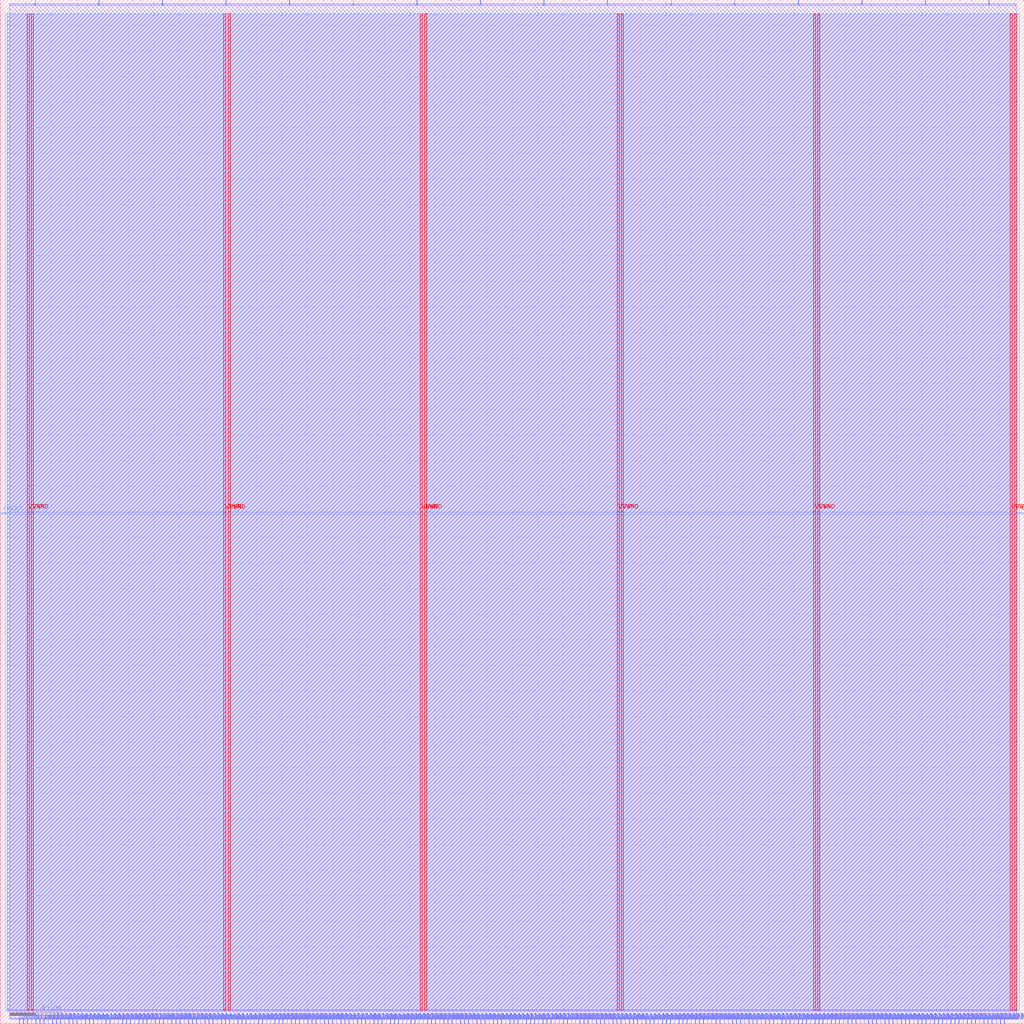
<source format=lef>
VERSION 5.7 ;
  NOWIREEXTENSIONATPIN ON ;
  DIVIDERCHAR "/" ;
  BUSBITCHARS "[]" ;
MACRO shifter
  CLASS BLOCK ;
  FOREIGN shifter ;
  ORIGIN 0.000 0.000 ;
  SIZE 800.000 BY 800.000 ;
  PIN VGND
    DIRECTION INOUT ;
    USE GROUND ;
    PORT
      LAYER met4 ;
        RECT 24.340 10.640 25.940 789.040 ;
    END
    PORT
      LAYER met4 ;
        RECT 177.940 10.640 179.540 789.040 ;
    END
    PORT
      LAYER met4 ;
        RECT 331.540 10.640 333.140 789.040 ;
    END
    PORT
      LAYER met4 ;
        RECT 485.140 10.640 486.740 789.040 ;
    END
    PORT
      LAYER met4 ;
        RECT 638.740 10.640 640.340 789.040 ;
    END
    PORT
      LAYER met4 ;
        RECT 792.340 10.640 793.940 789.040 ;
    END
  END VGND
  PIN VPWR
    DIRECTION INOUT ;
    USE POWER ;
    PORT
      LAYER met4 ;
        RECT 21.040 10.640 22.640 789.040 ;
    END
    PORT
      LAYER met4 ;
        RECT 174.640 10.640 176.240 789.040 ;
    END
    PORT
      LAYER met4 ;
        RECT 328.240 10.640 329.840 789.040 ;
    END
    PORT
      LAYER met4 ;
        RECT 481.840 10.640 483.440 789.040 ;
    END
    PORT
      LAYER met4 ;
        RECT 635.440 10.640 637.040 789.040 ;
    END
    PORT
      LAYER met4 ;
        RECT 789.040 10.640 790.640 789.040 ;
    END
  END VPWR
  PIN clk
    DIRECTION INPUT ;
    USE SIGNAL ;
    ANTENNAGATEAREA 0.852000 ;
    ANTENNADIFFAREA 0.434700 ;
    PORT
      LAYER met3 ;
        RECT 796.000 398.520 800.000 399.120 ;
    END
  END clk
  PIN input_pc[0]
    DIRECTION INPUT ;
    USE SIGNAL ;
    ANTENNAGATEAREA 0.247500 ;
    ANTENNADIFFAREA 0.434700 ;
    PORT
      LAYER met2 ;
        RECT 27.230 796.000 27.510 800.000 ;
    END
  END input_pc[0]
  PIN input_pc[10]
    DIRECTION INPUT ;
    USE SIGNAL ;
    ANTENNAGATEAREA 0.495000 ;
    ANTENNADIFFAREA 0.434700 ;
    PORT
      LAYER met2 ;
        RECT 524.030 796.000 524.310 800.000 ;
    END
  END input_pc[10]
  PIN input_pc[11]
    DIRECTION INPUT ;
    USE SIGNAL ;
    ANTENNAGATEAREA 0.495000 ;
    ANTENNADIFFAREA 0.434700 ;
    PORT
      LAYER met2 ;
        RECT 573.710 796.000 573.990 800.000 ;
    END
  END input_pc[11]
  PIN input_pc[12]
    DIRECTION INPUT ;
    USE SIGNAL ;
    ANTENNAGATEAREA 0.495000 ;
    ANTENNADIFFAREA 0.434700 ;
    PORT
      LAYER met2 ;
        RECT 623.390 796.000 623.670 800.000 ;
    END
  END input_pc[12]
  PIN input_pc[13]
    DIRECTION INPUT ;
    USE SIGNAL ;
    ANTENNAGATEAREA 0.495000 ;
    ANTENNADIFFAREA 0.434700 ;
    PORT
      LAYER met2 ;
        RECT 673.070 796.000 673.350 800.000 ;
    END
  END input_pc[13]
  PIN input_pc[14]
    DIRECTION INPUT ;
    USE SIGNAL ;
    ANTENNAGATEAREA 0.495000 ;
    ANTENNADIFFAREA 0.434700 ;
    PORT
      LAYER met2 ;
        RECT 722.750 796.000 723.030 800.000 ;
    END
  END input_pc[14]
  PIN input_pc[15]
    DIRECTION INPUT ;
    USE SIGNAL ;
    ANTENNAGATEAREA 0.495000 ;
    ANTENNADIFFAREA 0.434700 ;
    PORT
      LAYER met2 ;
        RECT 772.430 796.000 772.710 800.000 ;
    END
  END input_pc[15]
  PIN input_pc[1]
    DIRECTION INPUT ;
    USE SIGNAL ;
    ANTENNAGATEAREA 0.247500 ;
    ANTENNADIFFAREA 0.434700 ;
    PORT
      LAYER met2 ;
        RECT 76.910 796.000 77.190 800.000 ;
    END
  END input_pc[1]
  PIN input_pc[2]
    DIRECTION INPUT ;
    USE SIGNAL ;
    ANTENNAGATEAREA 0.247500 ;
    ANTENNADIFFAREA 0.434700 ;
    PORT
      LAYER met2 ;
        RECT 126.590 796.000 126.870 800.000 ;
    END
  END input_pc[2]
  PIN input_pc[3]
    DIRECTION INPUT ;
    USE SIGNAL ;
    ANTENNAGATEAREA 0.247500 ;
    ANTENNADIFFAREA 0.434700 ;
    PORT
      LAYER met2 ;
        RECT 176.270 796.000 176.550 800.000 ;
    END
  END input_pc[3]
  PIN input_pc[4]
    DIRECTION INPUT ;
    USE SIGNAL ;
    ANTENNAGATEAREA 0.247500 ;
    ANTENNADIFFAREA 0.434700 ;
    PORT
      LAYER met2 ;
        RECT 225.950 796.000 226.230 800.000 ;
    END
  END input_pc[4]
  PIN input_pc[5]
    DIRECTION INPUT ;
    USE SIGNAL ;
    ANTENNAGATEAREA 0.213000 ;
    ANTENNADIFFAREA 0.434700 ;
    PORT
      LAYER met2 ;
        RECT 275.630 796.000 275.910 800.000 ;
    END
  END input_pc[5]
  PIN input_pc[6]
    DIRECTION INPUT ;
    USE SIGNAL ;
    ANTENNAGATEAREA 0.213000 ;
    ANTENNADIFFAREA 0.434700 ;
    PORT
      LAYER met2 ;
        RECT 325.310 796.000 325.590 800.000 ;
    END
  END input_pc[6]
  PIN input_pc[7]
    DIRECTION INPUT ;
    USE SIGNAL ;
    ANTENNAGATEAREA 0.213000 ;
    ANTENNADIFFAREA 0.434700 ;
    PORT
      LAYER met2 ;
        RECT 374.990 796.000 375.270 800.000 ;
    END
  END input_pc[7]
  PIN input_pc[8]
    DIRECTION INPUT ;
    USE SIGNAL ;
    ANTENNAGATEAREA 0.213000 ;
    ANTENNADIFFAREA 0.434700 ;
    PORT
      LAYER met2 ;
        RECT 424.670 796.000 424.950 800.000 ;
    END
  END input_pc[8]
  PIN input_pc[9]
    DIRECTION INPUT ;
    USE SIGNAL ;
    ANTENNAGATEAREA 0.495000 ;
    ANTENNADIFFAREA 0.434700 ;
    PORT
      LAYER met2 ;
        RECT 474.350 796.000 474.630 800.000 ;
    END
  END input_pc[9]
  PIN output_ai[0]
    DIRECTION OUTPUT ;
    USE SIGNAL ;
    ANTENNADIFFAREA 0.795200 ;
    PORT
      LAYER met2 ;
        RECT 14.810 0.000 15.090 4.000 ;
    END
  END output_ai[0]
  PIN output_ai[100]
    DIRECTION OUTPUT ;
    USE SIGNAL ;
    ANTENNADIFFAREA 0.795200 ;
    PORT
      LAYER met2 ;
        RECT 336.810 0.000 337.090 4.000 ;
    END
  END output_ai[100]
  PIN output_ai[101]
    DIRECTION OUTPUT ;
    USE SIGNAL ;
    ANTENNADIFFAREA 0.795200 ;
    PORT
      LAYER met2 ;
        RECT 340.030 0.000 340.310 4.000 ;
    END
  END output_ai[101]
  PIN output_ai[102]
    DIRECTION OUTPUT ;
    USE SIGNAL ;
    ANTENNADIFFAREA 0.795200 ;
    PORT
      LAYER met2 ;
        RECT 343.250 0.000 343.530 4.000 ;
    END
  END output_ai[102]
  PIN output_ai[103]
    DIRECTION OUTPUT ;
    USE SIGNAL ;
    ANTENNADIFFAREA 0.795200 ;
    PORT
      LAYER met2 ;
        RECT 346.470 0.000 346.750 4.000 ;
    END
  END output_ai[103]
  PIN output_ai[104]
    DIRECTION OUTPUT ;
    USE SIGNAL ;
    ANTENNADIFFAREA 0.795200 ;
    PORT
      LAYER met2 ;
        RECT 349.690 0.000 349.970 4.000 ;
    END
  END output_ai[104]
  PIN output_ai[105]
    DIRECTION OUTPUT ;
    USE SIGNAL ;
    ANTENNADIFFAREA 0.795200 ;
    PORT
      LAYER met2 ;
        RECT 352.910 0.000 353.190 4.000 ;
    END
  END output_ai[105]
  PIN output_ai[106]
    DIRECTION OUTPUT ;
    USE SIGNAL ;
    ANTENNADIFFAREA 0.795200 ;
    PORT
      LAYER met2 ;
        RECT 356.130 0.000 356.410 4.000 ;
    END
  END output_ai[106]
  PIN output_ai[107]
    DIRECTION OUTPUT ;
    USE SIGNAL ;
    ANTENNADIFFAREA 0.795200 ;
    PORT
      LAYER met2 ;
        RECT 359.350 0.000 359.630 4.000 ;
    END
  END output_ai[107]
  PIN output_ai[108]
    DIRECTION OUTPUT ;
    USE SIGNAL ;
    ANTENNADIFFAREA 0.795200 ;
    PORT
      LAYER met2 ;
        RECT 362.570 0.000 362.850 4.000 ;
    END
  END output_ai[108]
  PIN output_ai[109]
    DIRECTION OUTPUT ;
    USE SIGNAL ;
    ANTENNADIFFAREA 0.795200 ;
    PORT
      LAYER met2 ;
        RECT 365.790 0.000 366.070 4.000 ;
    END
  END output_ai[109]
  PIN output_ai[10]
    DIRECTION OUTPUT ;
    USE SIGNAL ;
    ANTENNADIFFAREA 0.795200 ;
    PORT
      LAYER met2 ;
        RECT 47.010 0.000 47.290 4.000 ;
    END
  END output_ai[10]
  PIN output_ai[110]
    DIRECTION OUTPUT ;
    USE SIGNAL ;
    ANTENNADIFFAREA 0.795200 ;
    PORT
      LAYER met2 ;
        RECT 369.010 0.000 369.290 4.000 ;
    END
  END output_ai[110]
  PIN output_ai[111]
    DIRECTION OUTPUT ;
    USE SIGNAL ;
    ANTENNADIFFAREA 0.795200 ;
    PORT
      LAYER met2 ;
        RECT 372.230 0.000 372.510 4.000 ;
    END
  END output_ai[111]
  PIN output_ai[112]
    DIRECTION OUTPUT ;
    USE SIGNAL ;
    ANTENNADIFFAREA 0.795200 ;
    PORT
      LAYER met2 ;
        RECT 375.450 0.000 375.730 4.000 ;
    END
  END output_ai[112]
  PIN output_ai[113]
    DIRECTION OUTPUT ;
    USE SIGNAL ;
    ANTENNADIFFAREA 0.795200 ;
    PORT
      LAYER met2 ;
        RECT 378.670 0.000 378.950 4.000 ;
    END
  END output_ai[113]
  PIN output_ai[114]
    DIRECTION OUTPUT ;
    USE SIGNAL ;
    ANTENNADIFFAREA 0.795200 ;
    PORT
      LAYER met2 ;
        RECT 381.890 0.000 382.170 4.000 ;
    END
  END output_ai[114]
  PIN output_ai[115]
    DIRECTION OUTPUT ;
    USE SIGNAL ;
    ANTENNADIFFAREA 0.795200 ;
    PORT
      LAYER met2 ;
        RECT 385.110 0.000 385.390 4.000 ;
    END
  END output_ai[115]
  PIN output_ai[116]
    DIRECTION OUTPUT ;
    USE SIGNAL ;
    ANTENNADIFFAREA 0.795200 ;
    PORT
      LAYER met2 ;
        RECT 388.330 0.000 388.610 4.000 ;
    END
  END output_ai[116]
  PIN output_ai[117]
    DIRECTION OUTPUT ;
    USE SIGNAL ;
    ANTENNADIFFAREA 0.795200 ;
    PORT
      LAYER met2 ;
        RECT 391.550 0.000 391.830 4.000 ;
    END
  END output_ai[117]
  PIN output_ai[118]
    DIRECTION OUTPUT ;
    USE SIGNAL ;
    ANTENNADIFFAREA 0.795200 ;
    PORT
      LAYER met2 ;
        RECT 394.770 0.000 395.050 4.000 ;
    END
  END output_ai[118]
  PIN output_ai[119]
    DIRECTION OUTPUT ;
    USE SIGNAL ;
    ANTENNADIFFAREA 0.795200 ;
    PORT
      LAYER met2 ;
        RECT 397.990 0.000 398.270 4.000 ;
    END
  END output_ai[119]
  PIN output_ai[11]
    DIRECTION OUTPUT ;
    USE SIGNAL ;
    ANTENNADIFFAREA 0.795200 ;
    PORT
      LAYER met2 ;
        RECT 50.230 0.000 50.510 4.000 ;
    END
  END output_ai[11]
  PIN output_ai[120]
    DIRECTION OUTPUT ;
    USE SIGNAL ;
    ANTENNADIFFAREA 0.795200 ;
    PORT
      LAYER met2 ;
        RECT 401.210 0.000 401.490 4.000 ;
    END
  END output_ai[120]
  PIN output_ai[121]
    DIRECTION OUTPUT ;
    USE SIGNAL ;
    ANTENNADIFFAREA 0.795200 ;
    PORT
      LAYER met2 ;
        RECT 404.430 0.000 404.710 4.000 ;
    END
  END output_ai[121]
  PIN output_ai[122]
    DIRECTION OUTPUT ;
    USE SIGNAL ;
    ANTENNADIFFAREA 0.795200 ;
    PORT
      LAYER met2 ;
        RECT 407.650 0.000 407.930 4.000 ;
    END
  END output_ai[122]
  PIN output_ai[123]
    DIRECTION OUTPUT ;
    USE SIGNAL ;
    ANTENNADIFFAREA 0.795200 ;
    PORT
      LAYER met2 ;
        RECT 410.870 0.000 411.150 4.000 ;
    END
  END output_ai[123]
  PIN output_ai[124]
    DIRECTION OUTPUT ;
    USE SIGNAL ;
    ANTENNADIFFAREA 0.795200 ;
    PORT
      LAYER met2 ;
        RECT 414.090 0.000 414.370 4.000 ;
    END
  END output_ai[124]
  PIN output_ai[125]
    DIRECTION OUTPUT ;
    USE SIGNAL ;
    ANTENNADIFFAREA 0.795200 ;
    PORT
      LAYER met2 ;
        RECT 417.310 0.000 417.590 4.000 ;
    END
  END output_ai[125]
  PIN output_ai[126]
    DIRECTION OUTPUT ;
    USE SIGNAL ;
    ANTENNADIFFAREA 0.795200 ;
    PORT
      LAYER met2 ;
        RECT 420.530 0.000 420.810 4.000 ;
    END
  END output_ai[126]
  PIN output_ai[127]
    DIRECTION OUTPUT ;
    USE SIGNAL ;
    ANTENNADIFFAREA 0.795200 ;
    PORT
      LAYER met2 ;
        RECT 423.750 0.000 424.030 4.000 ;
    END
  END output_ai[127]
  PIN output_ai[128]
    DIRECTION OUTPUT ;
    USE SIGNAL ;
    ANTENNADIFFAREA 0.795200 ;
    PORT
      LAYER met2 ;
        RECT 426.970 0.000 427.250 4.000 ;
    END
  END output_ai[128]
  PIN output_ai[129]
    DIRECTION OUTPUT ;
    USE SIGNAL ;
    ANTENNADIFFAREA 0.795200 ;
    PORT
      LAYER met2 ;
        RECT 430.190 0.000 430.470 4.000 ;
    END
  END output_ai[129]
  PIN output_ai[12]
    DIRECTION OUTPUT ;
    USE SIGNAL ;
    ANTENNADIFFAREA 0.795200 ;
    PORT
      LAYER met2 ;
        RECT 53.450 0.000 53.730 4.000 ;
    END
  END output_ai[12]
  PIN output_ai[130]
    DIRECTION OUTPUT ;
    USE SIGNAL ;
    ANTENNADIFFAREA 0.795200 ;
    PORT
      LAYER met2 ;
        RECT 433.410 0.000 433.690 4.000 ;
    END
  END output_ai[130]
  PIN output_ai[131]
    DIRECTION OUTPUT ;
    USE SIGNAL ;
    ANTENNADIFFAREA 0.795200 ;
    PORT
      LAYER met2 ;
        RECT 436.630 0.000 436.910 4.000 ;
    END
  END output_ai[131]
  PIN output_ai[132]
    DIRECTION OUTPUT ;
    USE SIGNAL ;
    ANTENNADIFFAREA 0.795200 ;
    PORT
      LAYER met2 ;
        RECT 439.850 0.000 440.130 4.000 ;
    END
  END output_ai[132]
  PIN output_ai[133]
    DIRECTION OUTPUT ;
    USE SIGNAL ;
    ANTENNADIFFAREA 0.795200 ;
    PORT
      LAYER met2 ;
        RECT 443.070 0.000 443.350 4.000 ;
    END
  END output_ai[133]
  PIN output_ai[134]
    DIRECTION OUTPUT ;
    USE SIGNAL ;
    ANTENNADIFFAREA 0.795200 ;
    PORT
      LAYER met2 ;
        RECT 446.290 0.000 446.570 4.000 ;
    END
  END output_ai[134]
  PIN output_ai[135]
    DIRECTION OUTPUT ;
    USE SIGNAL ;
    ANTENNADIFFAREA 0.795200 ;
    PORT
      LAYER met2 ;
        RECT 449.510 0.000 449.790 4.000 ;
    END
  END output_ai[135]
  PIN output_ai[136]
    DIRECTION OUTPUT ;
    USE SIGNAL ;
    ANTENNADIFFAREA 0.795200 ;
    PORT
      LAYER met2 ;
        RECT 452.730 0.000 453.010 4.000 ;
    END
  END output_ai[136]
  PIN output_ai[137]
    DIRECTION OUTPUT ;
    USE SIGNAL ;
    ANTENNADIFFAREA 0.795200 ;
    PORT
      LAYER met2 ;
        RECT 455.950 0.000 456.230 4.000 ;
    END
  END output_ai[137]
  PIN output_ai[138]
    DIRECTION OUTPUT ;
    USE SIGNAL ;
    ANTENNADIFFAREA 0.795200 ;
    PORT
      LAYER met2 ;
        RECT 459.170 0.000 459.450 4.000 ;
    END
  END output_ai[138]
  PIN output_ai[139]
    DIRECTION OUTPUT ;
    USE SIGNAL ;
    ANTENNADIFFAREA 0.795200 ;
    PORT
      LAYER met2 ;
        RECT 462.390 0.000 462.670 4.000 ;
    END
  END output_ai[139]
  PIN output_ai[13]
    DIRECTION OUTPUT ;
    USE SIGNAL ;
    ANTENNADIFFAREA 0.795200 ;
    PORT
      LAYER met2 ;
        RECT 56.670 0.000 56.950 4.000 ;
    END
  END output_ai[13]
  PIN output_ai[140]
    DIRECTION OUTPUT ;
    USE SIGNAL ;
    ANTENNADIFFAREA 0.795200 ;
    PORT
      LAYER met2 ;
        RECT 465.610 0.000 465.890 4.000 ;
    END
  END output_ai[140]
  PIN output_ai[141]
    DIRECTION OUTPUT ;
    USE SIGNAL ;
    ANTENNADIFFAREA 0.795200 ;
    PORT
      LAYER met2 ;
        RECT 468.830 0.000 469.110 4.000 ;
    END
  END output_ai[141]
  PIN output_ai[142]
    DIRECTION OUTPUT ;
    USE SIGNAL ;
    ANTENNADIFFAREA 0.795200 ;
    PORT
      LAYER met2 ;
        RECT 472.050 0.000 472.330 4.000 ;
    END
  END output_ai[142]
  PIN output_ai[143]
    DIRECTION OUTPUT ;
    USE SIGNAL ;
    ANTENNADIFFAREA 0.795200 ;
    PORT
      LAYER met2 ;
        RECT 475.270 0.000 475.550 4.000 ;
    END
  END output_ai[143]
  PIN output_ai[144]
    DIRECTION OUTPUT ;
    USE SIGNAL ;
    ANTENNADIFFAREA 0.795200 ;
    PORT
      LAYER met2 ;
        RECT 478.490 0.000 478.770 4.000 ;
    END
  END output_ai[144]
  PIN output_ai[145]
    DIRECTION OUTPUT ;
    USE SIGNAL ;
    ANTENNADIFFAREA 0.795200 ;
    PORT
      LAYER met2 ;
        RECT 481.710 0.000 481.990 4.000 ;
    END
  END output_ai[145]
  PIN output_ai[146]
    DIRECTION OUTPUT ;
    USE SIGNAL ;
    ANTENNADIFFAREA 0.795200 ;
    PORT
      LAYER met2 ;
        RECT 484.930 0.000 485.210 4.000 ;
    END
  END output_ai[146]
  PIN output_ai[147]
    DIRECTION OUTPUT ;
    USE SIGNAL ;
    ANTENNADIFFAREA 0.795200 ;
    PORT
      LAYER met2 ;
        RECT 488.150 0.000 488.430 4.000 ;
    END
  END output_ai[147]
  PIN output_ai[148]
    DIRECTION OUTPUT ;
    USE SIGNAL ;
    ANTENNADIFFAREA 0.795200 ;
    PORT
      LAYER met2 ;
        RECT 491.370 0.000 491.650 4.000 ;
    END
  END output_ai[148]
  PIN output_ai[149]
    DIRECTION OUTPUT ;
    USE SIGNAL ;
    ANTENNADIFFAREA 0.795200 ;
    PORT
      LAYER met2 ;
        RECT 494.590 0.000 494.870 4.000 ;
    END
  END output_ai[149]
  PIN output_ai[14]
    DIRECTION OUTPUT ;
    USE SIGNAL ;
    ANTENNADIFFAREA 0.795200 ;
    PORT
      LAYER met2 ;
        RECT 59.890 0.000 60.170 4.000 ;
    END
  END output_ai[14]
  PIN output_ai[150]
    DIRECTION OUTPUT ;
    USE SIGNAL ;
    ANTENNADIFFAREA 0.795200 ;
    PORT
      LAYER met2 ;
        RECT 497.810 0.000 498.090 4.000 ;
    END
  END output_ai[150]
  PIN output_ai[151]
    DIRECTION OUTPUT ;
    USE SIGNAL ;
    ANTENNADIFFAREA 0.795200 ;
    PORT
      LAYER met2 ;
        RECT 501.030 0.000 501.310 4.000 ;
    END
  END output_ai[151]
  PIN output_ai[152]
    DIRECTION OUTPUT ;
    USE SIGNAL ;
    ANTENNADIFFAREA 0.795200 ;
    PORT
      LAYER met2 ;
        RECT 504.250 0.000 504.530 4.000 ;
    END
  END output_ai[152]
  PIN output_ai[153]
    DIRECTION OUTPUT ;
    USE SIGNAL ;
    ANTENNADIFFAREA 0.795200 ;
    PORT
      LAYER met2 ;
        RECT 507.470 0.000 507.750 4.000 ;
    END
  END output_ai[153]
  PIN output_ai[154]
    DIRECTION OUTPUT ;
    USE SIGNAL ;
    ANTENNADIFFAREA 0.795200 ;
    PORT
      LAYER met2 ;
        RECT 510.690 0.000 510.970 4.000 ;
    END
  END output_ai[154]
  PIN output_ai[155]
    DIRECTION OUTPUT ;
    USE SIGNAL ;
    ANTENNADIFFAREA 0.795200 ;
    PORT
      LAYER met2 ;
        RECT 513.910 0.000 514.190 4.000 ;
    END
  END output_ai[155]
  PIN output_ai[156]
    DIRECTION OUTPUT ;
    USE SIGNAL ;
    ANTENNADIFFAREA 0.795200 ;
    PORT
      LAYER met2 ;
        RECT 517.130 0.000 517.410 4.000 ;
    END
  END output_ai[156]
  PIN output_ai[157]
    DIRECTION OUTPUT ;
    USE SIGNAL ;
    ANTENNADIFFAREA 0.795200 ;
    PORT
      LAYER met2 ;
        RECT 520.350 0.000 520.630 4.000 ;
    END
  END output_ai[157]
  PIN output_ai[158]
    DIRECTION OUTPUT ;
    USE SIGNAL ;
    ANTENNADIFFAREA 0.795200 ;
    PORT
      LAYER met2 ;
        RECT 523.570 0.000 523.850 4.000 ;
    END
  END output_ai[158]
  PIN output_ai[159]
    DIRECTION OUTPUT ;
    USE SIGNAL ;
    ANTENNADIFFAREA 0.795200 ;
    PORT
      LAYER met2 ;
        RECT 526.790 0.000 527.070 4.000 ;
    END
  END output_ai[159]
  PIN output_ai[15]
    DIRECTION OUTPUT ;
    USE SIGNAL ;
    ANTENNADIFFAREA 0.795200 ;
    PORT
      LAYER met2 ;
        RECT 63.110 0.000 63.390 4.000 ;
    END
  END output_ai[15]
  PIN output_ai[160]
    DIRECTION OUTPUT ;
    USE SIGNAL ;
    ANTENNADIFFAREA 0.795200 ;
    PORT
      LAYER met2 ;
        RECT 530.010 0.000 530.290 4.000 ;
    END
  END output_ai[160]
  PIN output_ai[161]
    DIRECTION OUTPUT ;
    USE SIGNAL ;
    ANTENNADIFFAREA 0.795200 ;
    PORT
      LAYER met2 ;
        RECT 533.230 0.000 533.510 4.000 ;
    END
  END output_ai[161]
  PIN output_ai[162]
    DIRECTION OUTPUT ;
    USE SIGNAL ;
    ANTENNADIFFAREA 0.795200 ;
    PORT
      LAYER met2 ;
        RECT 536.450 0.000 536.730 4.000 ;
    END
  END output_ai[162]
  PIN output_ai[163]
    DIRECTION OUTPUT ;
    USE SIGNAL ;
    ANTENNADIFFAREA 0.795200 ;
    PORT
      LAYER met2 ;
        RECT 539.670 0.000 539.950 4.000 ;
    END
  END output_ai[163]
  PIN output_ai[164]
    DIRECTION OUTPUT ;
    USE SIGNAL ;
    ANTENNADIFFAREA 0.795200 ;
    PORT
      LAYER met2 ;
        RECT 542.890 0.000 543.170 4.000 ;
    END
  END output_ai[164]
  PIN output_ai[165]
    DIRECTION OUTPUT ;
    USE SIGNAL ;
    ANTENNADIFFAREA 0.795200 ;
    PORT
      LAYER met2 ;
        RECT 546.110 0.000 546.390 4.000 ;
    END
  END output_ai[165]
  PIN output_ai[166]
    DIRECTION OUTPUT ;
    USE SIGNAL ;
    ANTENNADIFFAREA 0.795200 ;
    PORT
      LAYER met2 ;
        RECT 549.330 0.000 549.610 4.000 ;
    END
  END output_ai[166]
  PIN output_ai[167]
    DIRECTION OUTPUT ;
    USE SIGNAL ;
    ANTENNADIFFAREA 0.795200 ;
    PORT
      LAYER met2 ;
        RECT 552.550 0.000 552.830 4.000 ;
    END
  END output_ai[167]
  PIN output_ai[168]
    DIRECTION OUTPUT ;
    USE SIGNAL ;
    ANTENNADIFFAREA 0.795200 ;
    PORT
      LAYER met2 ;
        RECT 555.770 0.000 556.050 4.000 ;
    END
  END output_ai[168]
  PIN output_ai[169]
    DIRECTION OUTPUT ;
    USE SIGNAL ;
    ANTENNADIFFAREA 0.795200 ;
    PORT
      LAYER met2 ;
        RECT 558.990 0.000 559.270 4.000 ;
    END
  END output_ai[169]
  PIN output_ai[16]
    DIRECTION OUTPUT ;
    USE SIGNAL ;
    ANTENNADIFFAREA 0.795200 ;
    PORT
      LAYER met2 ;
        RECT 66.330 0.000 66.610 4.000 ;
    END
  END output_ai[16]
  PIN output_ai[170]
    DIRECTION OUTPUT ;
    USE SIGNAL ;
    ANTENNADIFFAREA 0.795200 ;
    PORT
      LAYER met2 ;
        RECT 562.210 0.000 562.490 4.000 ;
    END
  END output_ai[170]
  PIN output_ai[171]
    DIRECTION OUTPUT ;
    USE SIGNAL ;
    ANTENNADIFFAREA 0.795200 ;
    PORT
      LAYER met2 ;
        RECT 565.430 0.000 565.710 4.000 ;
    END
  END output_ai[171]
  PIN output_ai[172]
    DIRECTION OUTPUT ;
    USE SIGNAL ;
    ANTENNADIFFAREA 0.795200 ;
    PORT
      LAYER met2 ;
        RECT 568.650 0.000 568.930 4.000 ;
    END
  END output_ai[172]
  PIN output_ai[173]
    DIRECTION OUTPUT ;
    USE SIGNAL ;
    ANTENNADIFFAREA 0.795200 ;
    PORT
      LAYER met2 ;
        RECT 571.870 0.000 572.150 4.000 ;
    END
  END output_ai[173]
  PIN output_ai[174]
    DIRECTION OUTPUT ;
    USE SIGNAL ;
    ANTENNADIFFAREA 0.795200 ;
    PORT
      LAYER met2 ;
        RECT 575.090 0.000 575.370 4.000 ;
    END
  END output_ai[174]
  PIN output_ai[175]
    DIRECTION OUTPUT ;
    USE SIGNAL ;
    ANTENNADIFFAREA 0.795200 ;
    PORT
      LAYER met2 ;
        RECT 578.310 0.000 578.590 4.000 ;
    END
  END output_ai[175]
  PIN output_ai[176]
    DIRECTION OUTPUT ;
    USE SIGNAL ;
    ANTENNADIFFAREA 0.795200 ;
    PORT
      LAYER met2 ;
        RECT 581.530 0.000 581.810 4.000 ;
    END
  END output_ai[176]
  PIN output_ai[177]
    DIRECTION OUTPUT ;
    USE SIGNAL ;
    ANTENNADIFFAREA 0.795200 ;
    PORT
      LAYER met2 ;
        RECT 584.750 0.000 585.030 4.000 ;
    END
  END output_ai[177]
  PIN output_ai[178]
    DIRECTION OUTPUT ;
    USE SIGNAL ;
    ANTENNADIFFAREA 0.795200 ;
    PORT
      LAYER met2 ;
        RECT 587.970 0.000 588.250 4.000 ;
    END
  END output_ai[178]
  PIN output_ai[179]
    DIRECTION OUTPUT ;
    USE SIGNAL ;
    ANTENNADIFFAREA 0.795200 ;
    PORT
      LAYER met2 ;
        RECT 591.190 0.000 591.470 4.000 ;
    END
  END output_ai[179]
  PIN output_ai[17]
    DIRECTION OUTPUT ;
    USE SIGNAL ;
    ANTENNADIFFAREA 0.795200 ;
    PORT
      LAYER met2 ;
        RECT 69.550 0.000 69.830 4.000 ;
    END
  END output_ai[17]
  PIN output_ai[180]
    DIRECTION OUTPUT ;
    USE SIGNAL ;
    ANTENNADIFFAREA 0.795200 ;
    PORT
      LAYER met2 ;
        RECT 594.410 0.000 594.690 4.000 ;
    END
  END output_ai[180]
  PIN output_ai[181]
    DIRECTION OUTPUT ;
    USE SIGNAL ;
    ANTENNADIFFAREA 0.795200 ;
    PORT
      LAYER met2 ;
        RECT 597.630 0.000 597.910 4.000 ;
    END
  END output_ai[181]
  PIN output_ai[182]
    DIRECTION OUTPUT ;
    USE SIGNAL ;
    ANTENNADIFFAREA 0.795200 ;
    PORT
      LAYER met2 ;
        RECT 600.850 0.000 601.130 4.000 ;
    END
  END output_ai[182]
  PIN output_ai[183]
    DIRECTION OUTPUT ;
    USE SIGNAL ;
    ANTENNADIFFAREA 0.795200 ;
    PORT
      LAYER met2 ;
        RECT 604.070 0.000 604.350 4.000 ;
    END
  END output_ai[183]
  PIN output_ai[184]
    DIRECTION OUTPUT ;
    USE SIGNAL ;
    ANTENNADIFFAREA 0.795200 ;
    PORT
      LAYER met2 ;
        RECT 607.290 0.000 607.570 4.000 ;
    END
  END output_ai[184]
  PIN output_ai[185]
    DIRECTION OUTPUT ;
    USE SIGNAL ;
    ANTENNADIFFAREA 0.795200 ;
    PORT
      LAYER met2 ;
        RECT 610.510 0.000 610.790 4.000 ;
    END
  END output_ai[185]
  PIN output_ai[186]
    DIRECTION OUTPUT ;
    USE SIGNAL ;
    ANTENNADIFFAREA 0.795200 ;
    PORT
      LAYER met2 ;
        RECT 613.730 0.000 614.010 4.000 ;
    END
  END output_ai[186]
  PIN output_ai[187]
    DIRECTION OUTPUT ;
    USE SIGNAL ;
    ANTENNADIFFAREA 0.795200 ;
    PORT
      LAYER met2 ;
        RECT 616.950 0.000 617.230 4.000 ;
    END
  END output_ai[187]
  PIN output_ai[188]
    DIRECTION OUTPUT ;
    USE SIGNAL ;
    ANTENNADIFFAREA 0.795200 ;
    PORT
      LAYER met2 ;
        RECT 620.170 0.000 620.450 4.000 ;
    END
  END output_ai[188]
  PIN output_ai[189]
    DIRECTION OUTPUT ;
    USE SIGNAL ;
    ANTENNADIFFAREA 0.795200 ;
    PORT
      LAYER met2 ;
        RECT 623.390 0.000 623.670 4.000 ;
    END
  END output_ai[189]
  PIN output_ai[18]
    DIRECTION OUTPUT ;
    USE SIGNAL ;
    ANTENNADIFFAREA 0.795200 ;
    PORT
      LAYER met2 ;
        RECT 72.770 0.000 73.050 4.000 ;
    END
  END output_ai[18]
  PIN output_ai[190]
    DIRECTION OUTPUT ;
    USE SIGNAL ;
    ANTENNADIFFAREA 0.795200 ;
    PORT
      LAYER met2 ;
        RECT 626.610 0.000 626.890 4.000 ;
    END
  END output_ai[190]
  PIN output_ai[191]
    DIRECTION OUTPUT ;
    USE SIGNAL ;
    ANTENNADIFFAREA 0.795200 ;
    PORT
      LAYER met2 ;
        RECT 629.830 0.000 630.110 4.000 ;
    END
  END output_ai[191]
  PIN output_ai[192]
    DIRECTION OUTPUT ;
    USE SIGNAL ;
    ANTENNADIFFAREA 0.795200 ;
    PORT
      LAYER met2 ;
        RECT 633.050 0.000 633.330 4.000 ;
    END
  END output_ai[192]
  PIN output_ai[193]
    DIRECTION OUTPUT ;
    USE SIGNAL ;
    ANTENNADIFFAREA 0.795200 ;
    PORT
      LAYER met2 ;
        RECT 636.270 0.000 636.550 4.000 ;
    END
  END output_ai[193]
  PIN output_ai[194]
    DIRECTION OUTPUT ;
    USE SIGNAL ;
    ANTENNADIFFAREA 0.795200 ;
    PORT
      LAYER met2 ;
        RECT 639.490 0.000 639.770 4.000 ;
    END
  END output_ai[194]
  PIN output_ai[195]
    DIRECTION OUTPUT ;
    USE SIGNAL ;
    ANTENNADIFFAREA 0.795200 ;
    PORT
      LAYER met2 ;
        RECT 642.710 0.000 642.990 4.000 ;
    END
  END output_ai[195]
  PIN output_ai[196]
    DIRECTION OUTPUT ;
    USE SIGNAL ;
    ANTENNADIFFAREA 0.795200 ;
    PORT
      LAYER met2 ;
        RECT 645.930 0.000 646.210 4.000 ;
    END
  END output_ai[196]
  PIN output_ai[197]
    DIRECTION OUTPUT ;
    USE SIGNAL ;
    ANTENNADIFFAREA 0.795200 ;
    PORT
      LAYER met2 ;
        RECT 649.150 0.000 649.430 4.000 ;
    END
  END output_ai[197]
  PIN output_ai[198]
    DIRECTION OUTPUT ;
    USE SIGNAL ;
    ANTENNADIFFAREA 0.795200 ;
    PORT
      LAYER met2 ;
        RECT 652.370 0.000 652.650 4.000 ;
    END
  END output_ai[198]
  PIN output_ai[199]
    DIRECTION OUTPUT ;
    USE SIGNAL ;
    ANTENNADIFFAREA 0.795200 ;
    PORT
      LAYER met2 ;
        RECT 655.590 0.000 655.870 4.000 ;
    END
  END output_ai[199]
  PIN output_ai[19]
    DIRECTION OUTPUT ;
    USE SIGNAL ;
    ANTENNADIFFAREA 0.795200 ;
    PORT
      LAYER met2 ;
        RECT 75.990 0.000 76.270 4.000 ;
    END
  END output_ai[19]
  PIN output_ai[1]
    DIRECTION OUTPUT ;
    USE SIGNAL ;
    ANTENNADIFFAREA 0.795200 ;
    PORT
      LAYER met2 ;
        RECT 18.030 0.000 18.310 4.000 ;
    END
  END output_ai[1]
  PIN output_ai[200]
    DIRECTION OUTPUT ;
    USE SIGNAL ;
    ANTENNADIFFAREA 0.795200 ;
    PORT
      LAYER met2 ;
        RECT 658.810 0.000 659.090 4.000 ;
    END
  END output_ai[200]
  PIN output_ai[201]
    DIRECTION OUTPUT ;
    USE SIGNAL ;
    ANTENNADIFFAREA 0.795200 ;
    PORT
      LAYER met2 ;
        RECT 662.030 0.000 662.310 4.000 ;
    END
  END output_ai[201]
  PIN output_ai[202]
    DIRECTION OUTPUT ;
    USE SIGNAL ;
    ANTENNADIFFAREA 0.795200 ;
    PORT
      LAYER met2 ;
        RECT 665.250 0.000 665.530 4.000 ;
    END
  END output_ai[202]
  PIN output_ai[203]
    DIRECTION OUTPUT ;
    USE SIGNAL ;
    ANTENNADIFFAREA 0.795200 ;
    PORT
      LAYER met2 ;
        RECT 668.470 0.000 668.750 4.000 ;
    END
  END output_ai[203]
  PIN output_ai[204]
    DIRECTION OUTPUT ;
    USE SIGNAL ;
    ANTENNADIFFAREA 0.795200 ;
    PORT
      LAYER met2 ;
        RECT 671.690 0.000 671.970 4.000 ;
    END
  END output_ai[204]
  PIN output_ai[205]
    DIRECTION OUTPUT ;
    USE SIGNAL ;
    ANTENNADIFFAREA 0.795200 ;
    PORT
      LAYER met2 ;
        RECT 674.910 0.000 675.190 4.000 ;
    END
  END output_ai[205]
  PIN output_ai[206]
    DIRECTION OUTPUT ;
    USE SIGNAL ;
    ANTENNADIFFAREA 0.795200 ;
    PORT
      LAYER met2 ;
        RECT 678.130 0.000 678.410 4.000 ;
    END
  END output_ai[206]
  PIN output_ai[207]
    DIRECTION OUTPUT ;
    USE SIGNAL ;
    ANTENNADIFFAREA 0.795200 ;
    PORT
      LAYER met2 ;
        RECT 681.350 0.000 681.630 4.000 ;
    END
  END output_ai[207]
  PIN output_ai[208]
    DIRECTION OUTPUT ;
    USE SIGNAL ;
    ANTENNADIFFAREA 0.795200 ;
    PORT
      LAYER met2 ;
        RECT 684.570 0.000 684.850 4.000 ;
    END
  END output_ai[208]
  PIN output_ai[209]
    DIRECTION OUTPUT ;
    USE SIGNAL ;
    ANTENNADIFFAREA 0.795200 ;
    PORT
      LAYER met2 ;
        RECT 687.790 0.000 688.070 4.000 ;
    END
  END output_ai[209]
  PIN output_ai[20]
    DIRECTION OUTPUT ;
    USE SIGNAL ;
    ANTENNADIFFAREA 0.795200 ;
    PORT
      LAYER met2 ;
        RECT 79.210 0.000 79.490 4.000 ;
    END
  END output_ai[20]
  PIN output_ai[210]
    DIRECTION OUTPUT ;
    USE SIGNAL ;
    ANTENNADIFFAREA 0.795200 ;
    PORT
      LAYER met2 ;
        RECT 691.010 0.000 691.290 4.000 ;
    END
  END output_ai[210]
  PIN output_ai[211]
    DIRECTION OUTPUT ;
    USE SIGNAL ;
    ANTENNADIFFAREA 0.795200 ;
    PORT
      LAYER met2 ;
        RECT 694.230 0.000 694.510 4.000 ;
    END
  END output_ai[211]
  PIN output_ai[212]
    DIRECTION OUTPUT ;
    USE SIGNAL ;
    ANTENNADIFFAREA 0.795200 ;
    PORT
      LAYER met2 ;
        RECT 697.450 0.000 697.730 4.000 ;
    END
  END output_ai[212]
  PIN output_ai[213]
    DIRECTION OUTPUT ;
    USE SIGNAL ;
    ANTENNADIFFAREA 0.795200 ;
    PORT
      LAYER met2 ;
        RECT 700.670 0.000 700.950 4.000 ;
    END
  END output_ai[213]
  PIN output_ai[214]
    DIRECTION OUTPUT ;
    USE SIGNAL ;
    ANTENNADIFFAREA 0.795200 ;
    PORT
      LAYER met2 ;
        RECT 703.890 0.000 704.170 4.000 ;
    END
  END output_ai[214]
  PIN output_ai[215]
    DIRECTION OUTPUT ;
    USE SIGNAL ;
    ANTENNADIFFAREA 0.795200 ;
    PORT
      LAYER met2 ;
        RECT 707.110 0.000 707.390 4.000 ;
    END
  END output_ai[215]
  PIN output_ai[216]
    DIRECTION OUTPUT ;
    USE SIGNAL ;
    ANTENNADIFFAREA 0.795200 ;
    PORT
      LAYER met2 ;
        RECT 710.330 0.000 710.610 4.000 ;
    END
  END output_ai[216]
  PIN output_ai[217]
    DIRECTION OUTPUT ;
    USE SIGNAL ;
    ANTENNADIFFAREA 0.795200 ;
    PORT
      LAYER met2 ;
        RECT 713.550 0.000 713.830 4.000 ;
    END
  END output_ai[217]
  PIN output_ai[218]
    DIRECTION OUTPUT ;
    USE SIGNAL ;
    ANTENNADIFFAREA 0.795200 ;
    PORT
      LAYER met2 ;
        RECT 716.770 0.000 717.050 4.000 ;
    END
  END output_ai[218]
  PIN output_ai[219]
    DIRECTION OUTPUT ;
    USE SIGNAL ;
    ANTENNADIFFAREA 0.795200 ;
    PORT
      LAYER met2 ;
        RECT 719.990 0.000 720.270 4.000 ;
    END
  END output_ai[219]
  PIN output_ai[21]
    DIRECTION OUTPUT ;
    USE SIGNAL ;
    ANTENNADIFFAREA 0.795200 ;
    PORT
      LAYER met2 ;
        RECT 82.430 0.000 82.710 4.000 ;
    END
  END output_ai[21]
  PIN output_ai[220]
    DIRECTION OUTPUT ;
    USE SIGNAL ;
    ANTENNADIFFAREA 0.795200 ;
    PORT
      LAYER met2 ;
        RECT 723.210 0.000 723.490 4.000 ;
    END
  END output_ai[220]
  PIN output_ai[221]
    DIRECTION OUTPUT ;
    USE SIGNAL ;
    ANTENNADIFFAREA 0.795200 ;
    PORT
      LAYER met2 ;
        RECT 726.430 0.000 726.710 4.000 ;
    END
  END output_ai[221]
  PIN output_ai[222]
    DIRECTION OUTPUT ;
    USE SIGNAL ;
    ANTENNADIFFAREA 0.795200 ;
    PORT
      LAYER met2 ;
        RECT 729.650 0.000 729.930 4.000 ;
    END
  END output_ai[222]
  PIN output_ai[223]
    DIRECTION OUTPUT ;
    USE SIGNAL ;
    ANTENNADIFFAREA 0.795200 ;
    PORT
      LAYER met2 ;
        RECT 732.870 0.000 733.150 4.000 ;
    END
  END output_ai[223]
  PIN output_ai[224]
    DIRECTION OUTPUT ;
    USE SIGNAL ;
    ANTENNADIFFAREA 0.795200 ;
    PORT
      LAYER met2 ;
        RECT 736.090 0.000 736.370 4.000 ;
    END
  END output_ai[224]
  PIN output_ai[225]
    DIRECTION OUTPUT ;
    USE SIGNAL ;
    ANTENNADIFFAREA 0.795200 ;
    PORT
      LAYER met2 ;
        RECT 739.310 0.000 739.590 4.000 ;
    END
  END output_ai[225]
  PIN output_ai[226]
    DIRECTION OUTPUT ;
    USE SIGNAL ;
    ANTENNADIFFAREA 0.795200 ;
    PORT
      LAYER met2 ;
        RECT 742.530 0.000 742.810 4.000 ;
    END
  END output_ai[226]
  PIN output_ai[227]
    DIRECTION OUTPUT ;
    USE SIGNAL ;
    ANTENNADIFFAREA 0.795200 ;
    PORT
      LAYER met2 ;
        RECT 745.750 0.000 746.030 4.000 ;
    END
  END output_ai[227]
  PIN output_ai[228]
    DIRECTION OUTPUT ;
    USE SIGNAL ;
    ANTENNADIFFAREA 0.795200 ;
    PORT
      LAYER met2 ;
        RECT 748.970 0.000 749.250 4.000 ;
    END
  END output_ai[228]
  PIN output_ai[229]
    DIRECTION OUTPUT ;
    USE SIGNAL ;
    ANTENNADIFFAREA 0.795200 ;
    PORT
      LAYER met2 ;
        RECT 752.190 0.000 752.470 4.000 ;
    END
  END output_ai[229]
  PIN output_ai[22]
    DIRECTION OUTPUT ;
    USE SIGNAL ;
    ANTENNADIFFAREA 0.795200 ;
    PORT
      LAYER met2 ;
        RECT 85.650 0.000 85.930 4.000 ;
    END
  END output_ai[22]
  PIN output_ai[230]
    DIRECTION OUTPUT ;
    USE SIGNAL ;
    ANTENNADIFFAREA 0.795200 ;
    PORT
      LAYER met2 ;
        RECT 755.410 0.000 755.690 4.000 ;
    END
  END output_ai[230]
  PIN output_ai[231]
    DIRECTION OUTPUT ;
    USE SIGNAL ;
    ANTENNADIFFAREA 0.795200 ;
    PORT
      LAYER met2 ;
        RECT 758.630 0.000 758.910 4.000 ;
    END
  END output_ai[231]
  PIN output_ai[232]
    DIRECTION OUTPUT ;
    USE SIGNAL ;
    ANTENNADIFFAREA 0.795200 ;
    PORT
      LAYER met2 ;
        RECT 761.850 0.000 762.130 4.000 ;
    END
  END output_ai[232]
  PIN output_ai[233]
    DIRECTION OUTPUT ;
    USE SIGNAL ;
    ANTENNADIFFAREA 0.795200 ;
    PORT
      LAYER met2 ;
        RECT 765.070 0.000 765.350 4.000 ;
    END
  END output_ai[233]
  PIN output_ai[234]
    DIRECTION OUTPUT ;
    USE SIGNAL ;
    ANTENNADIFFAREA 0.795200 ;
    PORT
      LAYER met2 ;
        RECT 768.290 0.000 768.570 4.000 ;
    END
  END output_ai[234]
  PIN output_ai[235]
    DIRECTION OUTPUT ;
    USE SIGNAL ;
    ANTENNADIFFAREA 0.795200 ;
    PORT
      LAYER met2 ;
        RECT 771.510 0.000 771.790 4.000 ;
    END
  END output_ai[235]
  PIN output_ai[236]
    DIRECTION OUTPUT ;
    USE SIGNAL ;
    ANTENNADIFFAREA 0.795200 ;
    PORT
      LAYER met2 ;
        RECT 774.730 0.000 775.010 4.000 ;
    END
  END output_ai[236]
  PIN output_ai[237]
    DIRECTION OUTPUT ;
    USE SIGNAL ;
    ANTENNADIFFAREA 0.795200 ;
    PORT
      LAYER met2 ;
        RECT 777.950 0.000 778.230 4.000 ;
    END
  END output_ai[237]
  PIN output_ai[238]
    DIRECTION OUTPUT ;
    USE SIGNAL ;
    ANTENNADIFFAREA 0.795200 ;
    PORT
      LAYER met2 ;
        RECT 781.170 0.000 781.450 4.000 ;
    END
  END output_ai[238]
  PIN output_ai[239]
    DIRECTION OUTPUT ;
    USE SIGNAL ;
    ANTENNADIFFAREA 0.795200 ;
    PORT
      LAYER met2 ;
        RECT 784.390 0.000 784.670 4.000 ;
    END
  END output_ai[239]
  PIN output_ai[23]
    DIRECTION OUTPUT ;
    USE SIGNAL ;
    ANTENNADIFFAREA 0.795200 ;
    PORT
      LAYER met2 ;
        RECT 88.870 0.000 89.150 4.000 ;
    END
  END output_ai[23]
  PIN output_ai[24]
    DIRECTION OUTPUT ;
    USE SIGNAL ;
    ANTENNADIFFAREA 0.795200 ;
    PORT
      LAYER met2 ;
        RECT 92.090 0.000 92.370 4.000 ;
    END
  END output_ai[24]
  PIN output_ai[25]
    DIRECTION OUTPUT ;
    USE SIGNAL ;
    ANTENNADIFFAREA 0.795200 ;
    PORT
      LAYER met2 ;
        RECT 95.310 0.000 95.590 4.000 ;
    END
  END output_ai[25]
  PIN output_ai[26]
    DIRECTION OUTPUT ;
    USE SIGNAL ;
    ANTENNADIFFAREA 0.795200 ;
    PORT
      LAYER met2 ;
        RECT 98.530 0.000 98.810 4.000 ;
    END
  END output_ai[26]
  PIN output_ai[27]
    DIRECTION OUTPUT ;
    USE SIGNAL ;
    ANTENNADIFFAREA 0.795200 ;
    PORT
      LAYER met2 ;
        RECT 101.750 0.000 102.030 4.000 ;
    END
  END output_ai[27]
  PIN output_ai[28]
    DIRECTION OUTPUT ;
    USE SIGNAL ;
    ANTENNADIFFAREA 0.795200 ;
    PORT
      LAYER met2 ;
        RECT 104.970 0.000 105.250 4.000 ;
    END
  END output_ai[28]
  PIN output_ai[29]
    DIRECTION OUTPUT ;
    USE SIGNAL ;
    ANTENNADIFFAREA 0.795200 ;
    PORT
      LAYER met2 ;
        RECT 108.190 0.000 108.470 4.000 ;
    END
  END output_ai[29]
  PIN output_ai[2]
    DIRECTION OUTPUT ;
    USE SIGNAL ;
    ANTENNADIFFAREA 0.795200 ;
    PORT
      LAYER met2 ;
        RECT 21.250 0.000 21.530 4.000 ;
    END
  END output_ai[2]
  PIN output_ai[30]
    DIRECTION OUTPUT ;
    USE SIGNAL ;
    ANTENNADIFFAREA 0.795200 ;
    PORT
      LAYER met2 ;
        RECT 111.410 0.000 111.690 4.000 ;
    END
  END output_ai[30]
  PIN output_ai[31]
    DIRECTION OUTPUT ;
    USE SIGNAL ;
    ANTENNADIFFAREA 0.795200 ;
    PORT
      LAYER met2 ;
        RECT 114.630 0.000 114.910 4.000 ;
    END
  END output_ai[31]
  PIN output_ai[32]
    DIRECTION OUTPUT ;
    USE SIGNAL ;
    ANTENNADIFFAREA 0.795200 ;
    PORT
      LAYER met2 ;
        RECT 117.850 0.000 118.130 4.000 ;
    END
  END output_ai[32]
  PIN output_ai[33]
    DIRECTION OUTPUT ;
    USE SIGNAL ;
    ANTENNADIFFAREA 0.795200 ;
    PORT
      LAYER met2 ;
        RECT 121.070 0.000 121.350 4.000 ;
    END
  END output_ai[33]
  PIN output_ai[34]
    DIRECTION OUTPUT ;
    USE SIGNAL ;
    ANTENNADIFFAREA 0.795200 ;
    PORT
      LAYER met2 ;
        RECT 124.290 0.000 124.570 4.000 ;
    END
  END output_ai[34]
  PIN output_ai[35]
    DIRECTION OUTPUT ;
    USE SIGNAL ;
    ANTENNADIFFAREA 0.795200 ;
    PORT
      LAYER met2 ;
        RECT 127.510 0.000 127.790 4.000 ;
    END
  END output_ai[35]
  PIN output_ai[36]
    DIRECTION OUTPUT ;
    USE SIGNAL ;
    ANTENNADIFFAREA 0.795200 ;
    PORT
      LAYER met2 ;
        RECT 130.730 0.000 131.010 4.000 ;
    END
  END output_ai[36]
  PIN output_ai[37]
    DIRECTION OUTPUT ;
    USE SIGNAL ;
    ANTENNADIFFAREA 0.795200 ;
    PORT
      LAYER met2 ;
        RECT 133.950 0.000 134.230 4.000 ;
    END
  END output_ai[37]
  PIN output_ai[38]
    DIRECTION OUTPUT ;
    USE SIGNAL ;
    ANTENNADIFFAREA 0.795200 ;
    PORT
      LAYER met2 ;
        RECT 137.170 0.000 137.450 4.000 ;
    END
  END output_ai[38]
  PIN output_ai[39]
    DIRECTION OUTPUT ;
    USE SIGNAL ;
    ANTENNADIFFAREA 0.795200 ;
    PORT
      LAYER met2 ;
        RECT 140.390 0.000 140.670 4.000 ;
    END
  END output_ai[39]
  PIN output_ai[3]
    DIRECTION OUTPUT ;
    USE SIGNAL ;
    ANTENNADIFFAREA 0.795200 ;
    PORT
      LAYER met2 ;
        RECT 24.470 0.000 24.750 4.000 ;
    END
  END output_ai[3]
  PIN output_ai[40]
    DIRECTION OUTPUT ;
    USE SIGNAL ;
    ANTENNADIFFAREA 0.795200 ;
    PORT
      LAYER met2 ;
        RECT 143.610 0.000 143.890 4.000 ;
    END
  END output_ai[40]
  PIN output_ai[41]
    DIRECTION OUTPUT ;
    USE SIGNAL ;
    ANTENNADIFFAREA 0.795200 ;
    PORT
      LAYER met2 ;
        RECT 146.830 0.000 147.110 4.000 ;
    END
  END output_ai[41]
  PIN output_ai[42]
    DIRECTION OUTPUT ;
    USE SIGNAL ;
    ANTENNADIFFAREA 0.795200 ;
    PORT
      LAYER met2 ;
        RECT 150.050 0.000 150.330 4.000 ;
    END
  END output_ai[42]
  PIN output_ai[43]
    DIRECTION OUTPUT ;
    USE SIGNAL ;
    ANTENNADIFFAREA 0.795200 ;
    PORT
      LAYER met2 ;
        RECT 153.270 0.000 153.550 4.000 ;
    END
  END output_ai[43]
  PIN output_ai[44]
    DIRECTION OUTPUT ;
    USE SIGNAL ;
    ANTENNADIFFAREA 0.795200 ;
    PORT
      LAYER met2 ;
        RECT 156.490 0.000 156.770 4.000 ;
    END
  END output_ai[44]
  PIN output_ai[45]
    DIRECTION OUTPUT ;
    USE SIGNAL ;
    ANTENNADIFFAREA 0.795200 ;
    PORT
      LAYER met2 ;
        RECT 159.710 0.000 159.990 4.000 ;
    END
  END output_ai[45]
  PIN output_ai[46]
    DIRECTION OUTPUT ;
    USE SIGNAL ;
    ANTENNADIFFAREA 0.795200 ;
    PORT
      LAYER met2 ;
        RECT 162.930 0.000 163.210 4.000 ;
    END
  END output_ai[46]
  PIN output_ai[47]
    DIRECTION OUTPUT ;
    USE SIGNAL ;
    ANTENNADIFFAREA 0.795200 ;
    PORT
      LAYER met2 ;
        RECT 166.150 0.000 166.430 4.000 ;
    END
  END output_ai[47]
  PIN output_ai[48]
    DIRECTION OUTPUT ;
    USE SIGNAL ;
    ANTENNADIFFAREA 0.795200 ;
    PORT
      LAYER met2 ;
        RECT 169.370 0.000 169.650 4.000 ;
    END
  END output_ai[48]
  PIN output_ai[49]
    DIRECTION OUTPUT ;
    USE SIGNAL ;
    ANTENNADIFFAREA 0.795200 ;
    PORT
      LAYER met2 ;
        RECT 172.590 0.000 172.870 4.000 ;
    END
  END output_ai[49]
  PIN output_ai[4]
    DIRECTION OUTPUT ;
    USE SIGNAL ;
    ANTENNADIFFAREA 0.795200 ;
    PORT
      LAYER met2 ;
        RECT 27.690 0.000 27.970 4.000 ;
    END
  END output_ai[4]
  PIN output_ai[50]
    DIRECTION OUTPUT ;
    USE SIGNAL ;
    ANTENNADIFFAREA 0.795200 ;
    PORT
      LAYER met2 ;
        RECT 175.810 0.000 176.090 4.000 ;
    END
  END output_ai[50]
  PIN output_ai[51]
    DIRECTION OUTPUT ;
    USE SIGNAL ;
    ANTENNADIFFAREA 0.795200 ;
    PORT
      LAYER met2 ;
        RECT 179.030 0.000 179.310 4.000 ;
    END
  END output_ai[51]
  PIN output_ai[52]
    DIRECTION OUTPUT ;
    USE SIGNAL ;
    ANTENNADIFFAREA 0.795200 ;
    PORT
      LAYER met2 ;
        RECT 182.250 0.000 182.530 4.000 ;
    END
  END output_ai[52]
  PIN output_ai[53]
    DIRECTION OUTPUT ;
    USE SIGNAL ;
    ANTENNADIFFAREA 0.795200 ;
    PORT
      LAYER met2 ;
        RECT 185.470 0.000 185.750 4.000 ;
    END
  END output_ai[53]
  PIN output_ai[54]
    DIRECTION OUTPUT ;
    USE SIGNAL ;
    ANTENNADIFFAREA 0.795200 ;
    PORT
      LAYER met2 ;
        RECT 188.690 0.000 188.970 4.000 ;
    END
  END output_ai[54]
  PIN output_ai[55]
    DIRECTION OUTPUT ;
    USE SIGNAL ;
    ANTENNADIFFAREA 0.795200 ;
    PORT
      LAYER met2 ;
        RECT 191.910 0.000 192.190 4.000 ;
    END
  END output_ai[55]
  PIN output_ai[56]
    DIRECTION OUTPUT ;
    USE SIGNAL ;
    ANTENNADIFFAREA 0.795200 ;
    PORT
      LAYER met2 ;
        RECT 195.130 0.000 195.410 4.000 ;
    END
  END output_ai[56]
  PIN output_ai[57]
    DIRECTION OUTPUT ;
    USE SIGNAL ;
    ANTENNADIFFAREA 0.795200 ;
    PORT
      LAYER met2 ;
        RECT 198.350 0.000 198.630 4.000 ;
    END
  END output_ai[57]
  PIN output_ai[58]
    DIRECTION OUTPUT ;
    USE SIGNAL ;
    ANTENNADIFFAREA 0.795200 ;
    PORT
      LAYER met2 ;
        RECT 201.570 0.000 201.850 4.000 ;
    END
  END output_ai[58]
  PIN output_ai[59]
    DIRECTION OUTPUT ;
    USE SIGNAL ;
    ANTENNADIFFAREA 0.795200 ;
    PORT
      LAYER met2 ;
        RECT 204.790 0.000 205.070 4.000 ;
    END
  END output_ai[59]
  PIN output_ai[5]
    DIRECTION OUTPUT ;
    USE SIGNAL ;
    ANTENNADIFFAREA 0.795200 ;
    PORT
      LAYER met2 ;
        RECT 30.910 0.000 31.190 4.000 ;
    END
  END output_ai[5]
  PIN output_ai[60]
    DIRECTION OUTPUT ;
    USE SIGNAL ;
    ANTENNADIFFAREA 0.795200 ;
    PORT
      LAYER met2 ;
        RECT 208.010 0.000 208.290 4.000 ;
    END
  END output_ai[60]
  PIN output_ai[61]
    DIRECTION OUTPUT ;
    USE SIGNAL ;
    ANTENNADIFFAREA 0.795200 ;
    PORT
      LAYER met2 ;
        RECT 211.230 0.000 211.510 4.000 ;
    END
  END output_ai[61]
  PIN output_ai[62]
    DIRECTION OUTPUT ;
    USE SIGNAL ;
    ANTENNADIFFAREA 0.795200 ;
    PORT
      LAYER met2 ;
        RECT 214.450 0.000 214.730 4.000 ;
    END
  END output_ai[62]
  PIN output_ai[63]
    DIRECTION OUTPUT ;
    USE SIGNAL ;
    ANTENNADIFFAREA 0.795200 ;
    PORT
      LAYER met2 ;
        RECT 217.670 0.000 217.950 4.000 ;
    END
  END output_ai[63]
  PIN output_ai[64]
    DIRECTION OUTPUT ;
    USE SIGNAL ;
    ANTENNADIFFAREA 0.795200 ;
    PORT
      LAYER met2 ;
        RECT 220.890 0.000 221.170 4.000 ;
    END
  END output_ai[64]
  PIN output_ai[65]
    DIRECTION OUTPUT ;
    USE SIGNAL ;
    ANTENNADIFFAREA 0.795200 ;
    PORT
      LAYER met2 ;
        RECT 224.110 0.000 224.390 4.000 ;
    END
  END output_ai[65]
  PIN output_ai[66]
    DIRECTION OUTPUT ;
    USE SIGNAL ;
    ANTENNADIFFAREA 0.795200 ;
    PORT
      LAYER met2 ;
        RECT 227.330 0.000 227.610 4.000 ;
    END
  END output_ai[66]
  PIN output_ai[67]
    DIRECTION OUTPUT ;
    USE SIGNAL ;
    ANTENNADIFFAREA 0.795200 ;
    PORT
      LAYER met2 ;
        RECT 230.550 0.000 230.830 4.000 ;
    END
  END output_ai[67]
  PIN output_ai[68]
    DIRECTION OUTPUT ;
    USE SIGNAL ;
    ANTENNADIFFAREA 0.795200 ;
    PORT
      LAYER met2 ;
        RECT 233.770 0.000 234.050 4.000 ;
    END
  END output_ai[68]
  PIN output_ai[69]
    DIRECTION OUTPUT ;
    USE SIGNAL ;
    ANTENNADIFFAREA 0.795200 ;
    PORT
      LAYER met2 ;
        RECT 236.990 0.000 237.270 4.000 ;
    END
  END output_ai[69]
  PIN output_ai[6]
    DIRECTION OUTPUT ;
    USE SIGNAL ;
    ANTENNADIFFAREA 0.795200 ;
    PORT
      LAYER met2 ;
        RECT 34.130 0.000 34.410 4.000 ;
    END
  END output_ai[6]
  PIN output_ai[70]
    DIRECTION OUTPUT ;
    USE SIGNAL ;
    ANTENNADIFFAREA 0.795200 ;
    PORT
      LAYER met2 ;
        RECT 240.210 0.000 240.490 4.000 ;
    END
  END output_ai[70]
  PIN output_ai[71]
    DIRECTION OUTPUT ;
    USE SIGNAL ;
    ANTENNADIFFAREA 0.795200 ;
    PORT
      LAYER met2 ;
        RECT 243.430 0.000 243.710 4.000 ;
    END
  END output_ai[71]
  PIN output_ai[72]
    DIRECTION OUTPUT ;
    USE SIGNAL ;
    ANTENNADIFFAREA 0.795200 ;
    PORT
      LAYER met2 ;
        RECT 246.650 0.000 246.930 4.000 ;
    END
  END output_ai[72]
  PIN output_ai[73]
    DIRECTION OUTPUT ;
    USE SIGNAL ;
    ANTENNADIFFAREA 0.795200 ;
    PORT
      LAYER met2 ;
        RECT 249.870 0.000 250.150 4.000 ;
    END
  END output_ai[73]
  PIN output_ai[74]
    DIRECTION OUTPUT ;
    USE SIGNAL ;
    ANTENNADIFFAREA 0.795200 ;
    PORT
      LAYER met2 ;
        RECT 253.090 0.000 253.370 4.000 ;
    END
  END output_ai[74]
  PIN output_ai[75]
    DIRECTION OUTPUT ;
    USE SIGNAL ;
    ANTENNADIFFAREA 0.795200 ;
    PORT
      LAYER met2 ;
        RECT 256.310 0.000 256.590 4.000 ;
    END
  END output_ai[75]
  PIN output_ai[76]
    DIRECTION OUTPUT ;
    USE SIGNAL ;
    ANTENNADIFFAREA 0.795200 ;
    PORT
      LAYER met2 ;
        RECT 259.530 0.000 259.810 4.000 ;
    END
  END output_ai[76]
  PIN output_ai[77]
    DIRECTION OUTPUT ;
    USE SIGNAL ;
    ANTENNADIFFAREA 0.795200 ;
    PORT
      LAYER met2 ;
        RECT 262.750 0.000 263.030 4.000 ;
    END
  END output_ai[77]
  PIN output_ai[78]
    DIRECTION OUTPUT ;
    USE SIGNAL ;
    ANTENNADIFFAREA 0.795200 ;
    PORT
      LAYER met2 ;
        RECT 265.970 0.000 266.250 4.000 ;
    END
  END output_ai[78]
  PIN output_ai[79]
    DIRECTION OUTPUT ;
    USE SIGNAL ;
    ANTENNADIFFAREA 0.795200 ;
    PORT
      LAYER met2 ;
        RECT 269.190 0.000 269.470 4.000 ;
    END
  END output_ai[79]
  PIN output_ai[7]
    DIRECTION OUTPUT ;
    USE SIGNAL ;
    ANTENNADIFFAREA 0.795200 ;
    PORT
      LAYER met2 ;
        RECT 37.350 0.000 37.630 4.000 ;
    END
  END output_ai[7]
  PIN output_ai[80]
    DIRECTION OUTPUT ;
    USE SIGNAL ;
    ANTENNADIFFAREA 0.795200 ;
    PORT
      LAYER met2 ;
        RECT 272.410 0.000 272.690 4.000 ;
    END
  END output_ai[80]
  PIN output_ai[81]
    DIRECTION OUTPUT ;
    USE SIGNAL ;
    ANTENNADIFFAREA 0.795200 ;
    PORT
      LAYER met2 ;
        RECT 275.630 0.000 275.910 4.000 ;
    END
  END output_ai[81]
  PIN output_ai[82]
    DIRECTION OUTPUT ;
    USE SIGNAL ;
    ANTENNADIFFAREA 0.795200 ;
    PORT
      LAYER met2 ;
        RECT 278.850 0.000 279.130 4.000 ;
    END
  END output_ai[82]
  PIN output_ai[83]
    DIRECTION OUTPUT ;
    USE SIGNAL ;
    ANTENNADIFFAREA 0.795200 ;
    PORT
      LAYER met2 ;
        RECT 282.070 0.000 282.350 4.000 ;
    END
  END output_ai[83]
  PIN output_ai[84]
    DIRECTION OUTPUT ;
    USE SIGNAL ;
    ANTENNADIFFAREA 0.795200 ;
    PORT
      LAYER met2 ;
        RECT 285.290 0.000 285.570 4.000 ;
    END
  END output_ai[84]
  PIN output_ai[85]
    DIRECTION OUTPUT ;
    USE SIGNAL ;
    ANTENNADIFFAREA 0.795200 ;
    PORT
      LAYER met2 ;
        RECT 288.510 0.000 288.790 4.000 ;
    END
  END output_ai[85]
  PIN output_ai[86]
    DIRECTION OUTPUT ;
    USE SIGNAL ;
    ANTENNADIFFAREA 0.795200 ;
    PORT
      LAYER met2 ;
        RECT 291.730 0.000 292.010 4.000 ;
    END
  END output_ai[86]
  PIN output_ai[87]
    DIRECTION OUTPUT ;
    USE SIGNAL ;
    ANTENNADIFFAREA 0.795200 ;
    PORT
      LAYER met2 ;
        RECT 294.950 0.000 295.230 4.000 ;
    END
  END output_ai[87]
  PIN output_ai[88]
    DIRECTION OUTPUT ;
    USE SIGNAL ;
    ANTENNADIFFAREA 0.795200 ;
    PORT
      LAYER met2 ;
        RECT 298.170 0.000 298.450 4.000 ;
    END
  END output_ai[88]
  PIN output_ai[89]
    DIRECTION OUTPUT ;
    USE SIGNAL ;
    ANTENNADIFFAREA 0.795200 ;
    PORT
      LAYER met2 ;
        RECT 301.390 0.000 301.670 4.000 ;
    END
  END output_ai[89]
  PIN output_ai[8]
    DIRECTION OUTPUT ;
    USE SIGNAL ;
    ANTENNADIFFAREA 0.795200 ;
    PORT
      LAYER met2 ;
        RECT 40.570 0.000 40.850 4.000 ;
    END
  END output_ai[8]
  PIN output_ai[90]
    DIRECTION OUTPUT ;
    USE SIGNAL ;
    ANTENNADIFFAREA 0.795200 ;
    PORT
      LAYER met2 ;
        RECT 304.610 0.000 304.890 4.000 ;
    END
  END output_ai[90]
  PIN output_ai[91]
    DIRECTION OUTPUT ;
    USE SIGNAL ;
    ANTENNADIFFAREA 0.795200 ;
    PORT
      LAYER met2 ;
        RECT 307.830 0.000 308.110 4.000 ;
    END
  END output_ai[91]
  PIN output_ai[92]
    DIRECTION OUTPUT ;
    USE SIGNAL ;
    ANTENNADIFFAREA 0.795200 ;
    PORT
      LAYER met2 ;
        RECT 311.050 0.000 311.330 4.000 ;
    END
  END output_ai[92]
  PIN output_ai[93]
    DIRECTION OUTPUT ;
    USE SIGNAL ;
    ANTENNADIFFAREA 0.795200 ;
    PORT
      LAYER met2 ;
        RECT 314.270 0.000 314.550 4.000 ;
    END
  END output_ai[93]
  PIN output_ai[94]
    DIRECTION OUTPUT ;
    USE SIGNAL ;
    ANTENNADIFFAREA 0.795200 ;
    PORT
      LAYER met2 ;
        RECT 317.490 0.000 317.770 4.000 ;
    END
  END output_ai[94]
  PIN output_ai[95]
    DIRECTION OUTPUT ;
    USE SIGNAL ;
    ANTENNADIFFAREA 0.795200 ;
    PORT
      LAYER met2 ;
        RECT 320.710 0.000 320.990 4.000 ;
    END
  END output_ai[95]
  PIN output_ai[96]
    DIRECTION OUTPUT ;
    USE SIGNAL ;
    ANTENNADIFFAREA 0.795200 ;
    PORT
      LAYER met2 ;
        RECT 323.930 0.000 324.210 4.000 ;
    END
  END output_ai[96]
  PIN output_ai[97]
    DIRECTION OUTPUT ;
    USE SIGNAL ;
    ANTENNADIFFAREA 0.795200 ;
    PORT
      LAYER met2 ;
        RECT 327.150 0.000 327.430 4.000 ;
    END
  END output_ai[97]
  PIN output_ai[98]
    DIRECTION OUTPUT ;
    USE SIGNAL ;
    ANTENNADIFFAREA 0.795200 ;
    PORT
      LAYER met2 ;
        RECT 330.370 0.000 330.650 4.000 ;
    END
  END output_ai[98]
  PIN output_ai[99]
    DIRECTION OUTPUT ;
    USE SIGNAL ;
    ANTENNADIFFAREA 0.795200 ;
    PORT
      LAYER met2 ;
        RECT 333.590 0.000 333.870 4.000 ;
    END
  END output_ai[99]
  PIN output_ai[9]
    DIRECTION OUTPUT ;
    USE SIGNAL ;
    ANTENNADIFFAREA 0.795200 ;
    PORT
      LAYER met2 ;
        RECT 43.790 0.000 44.070 4.000 ;
    END
  END output_ai[9]
  PIN reset
    DIRECTION INPUT ;
    USE SIGNAL ;
    ANTENNAGATEAREA 0.159000 ;
    ANTENNADIFFAREA 0.434700 ;
    PORT
      LAYER met3 ;
        RECT 0.000 398.520 4.000 399.120 ;
    END
  END reset
  OBS
      LAYER li1 ;
        RECT 5.520 10.795 794.420 788.885 ;
      LAYER met1 ;
        RECT 5.520 9.900 794.420 789.040 ;
      LAYER met2 ;
        RECT 7.450 795.720 26.950 796.690 ;
        RECT 27.790 795.720 76.630 796.690 ;
        RECT 77.470 795.720 126.310 796.690 ;
        RECT 127.150 795.720 175.990 796.690 ;
        RECT 176.830 795.720 225.670 796.690 ;
        RECT 226.510 795.720 275.350 796.690 ;
        RECT 276.190 795.720 325.030 796.690 ;
        RECT 325.870 795.720 374.710 796.690 ;
        RECT 375.550 795.720 424.390 796.690 ;
        RECT 425.230 795.720 474.070 796.690 ;
        RECT 474.910 795.720 523.750 796.690 ;
        RECT 524.590 795.720 573.430 796.690 ;
        RECT 574.270 795.720 623.110 796.690 ;
        RECT 623.950 795.720 672.790 796.690 ;
        RECT 673.630 795.720 722.470 796.690 ;
        RECT 723.310 795.720 772.150 796.690 ;
        RECT 772.990 795.720 793.910 796.690 ;
        RECT 7.450 4.280 793.910 795.720 ;
        RECT 7.450 3.670 14.530 4.280 ;
        RECT 15.370 3.670 17.750 4.280 ;
        RECT 18.590 3.670 20.970 4.280 ;
        RECT 21.810 3.670 24.190 4.280 ;
        RECT 25.030 3.670 27.410 4.280 ;
        RECT 28.250 3.670 30.630 4.280 ;
        RECT 31.470 3.670 33.850 4.280 ;
        RECT 34.690 3.670 37.070 4.280 ;
        RECT 37.910 3.670 40.290 4.280 ;
        RECT 41.130 3.670 43.510 4.280 ;
        RECT 44.350 3.670 46.730 4.280 ;
        RECT 47.570 3.670 49.950 4.280 ;
        RECT 50.790 3.670 53.170 4.280 ;
        RECT 54.010 3.670 56.390 4.280 ;
        RECT 57.230 3.670 59.610 4.280 ;
        RECT 60.450 3.670 62.830 4.280 ;
        RECT 63.670 3.670 66.050 4.280 ;
        RECT 66.890 3.670 69.270 4.280 ;
        RECT 70.110 3.670 72.490 4.280 ;
        RECT 73.330 3.670 75.710 4.280 ;
        RECT 76.550 3.670 78.930 4.280 ;
        RECT 79.770 3.670 82.150 4.280 ;
        RECT 82.990 3.670 85.370 4.280 ;
        RECT 86.210 3.670 88.590 4.280 ;
        RECT 89.430 3.670 91.810 4.280 ;
        RECT 92.650 3.670 95.030 4.280 ;
        RECT 95.870 3.670 98.250 4.280 ;
        RECT 99.090 3.670 101.470 4.280 ;
        RECT 102.310 3.670 104.690 4.280 ;
        RECT 105.530 3.670 107.910 4.280 ;
        RECT 108.750 3.670 111.130 4.280 ;
        RECT 111.970 3.670 114.350 4.280 ;
        RECT 115.190 3.670 117.570 4.280 ;
        RECT 118.410 3.670 120.790 4.280 ;
        RECT 121.630 3.670 124.010 4.280 ;
        RECT 124.850 3.670 127.230 4.280 ;
        RECT 128.070 3.670 130.450 4.280 ;
        RECT 131.290 3.670 133.670 4.280 ;
        RECT 134.510 3.670 136.890 4.280 ;
        RECT 137.730 3.670 140.110 4.280 ;
        RECT 140.950 3.670 143.330 4.280 ;
        RECT 144.170 3.670 146.550 4.280 ;
        RECT 147.390 3.670 149.770 4.280 ;
        RECT 150.610 3.670 152.990 4.280 ;
        RECT 153.830 3.670 156.210 4.280 ;
        RECT 157.050 3.670 159.430 4.280 ;
        RECT 160.270 3.670 162.650 4.280 ;
        RECT 163.490 3.670 165.870 4.280 ;
        RECT 166.710 3.670 169.090 4.280 ;
        RECT 169.930 3.670 172.310 4.280 ;
        RECT 173.150 3.670 175.530 4.280 ;
        RECT 176.370 3.670 178.750 4.280 ;
        RECT 179.590 3.670 181.970 4.280 ;
        RECT 182.810 3.670 185.190 4.280 ;
        RECT 186.030 3.670 188.410 4.280 ;
        RECT 189.250 3.670 191.630 4.280 ;
        RECT 192.470 3.670 194.850 4.280 ;
        RECT 195.690 3.670 198.070 4.280 ;
        RECT 198.910 3.670 201.290 4.280 ;
        RECT 202.130 3.670 204.510 4.280 ;
        RECT 205.350 3.670 207.730 4.280 ;
        RECT 208.570 3.670 210.950 4.280 ;
        RECT 211.790 3.670 214.170 4.280 ;
        RECT 215.010 3.670 217.390 4.280 ;
        RECT 218.230 3.670 220.610 4.280 ;
        RECT 221.450 3.670 223.830 4.280 ;
        RECT 224.670 3.670 227.050 4.280 ;
        RECT 227.890 3.670 230.270 4.280 ;
        RECT 231.110 3.670 233.490 4.280 ;
        RECT 234.330 3.670 236.710 4.280 ;
        RECT 237.550 3.670 239.930 4.280 ;
        RECT 240.770 3.670 243.150 4.280 ;
        RECT 243.990 3.670 246.370 4.280 ;
        RECT 247.210 3.670 249.590 4.280 ;
        RECT 250.430 3.670 252.810 4.280 ;
        RECT 253.650 3.670 256.030 4.280 ;
        RECT 256.870 3.670 259.250 4.280 ;
        RECT 260.090 3.670 262.470 4.280 ;
        RECT 263.310 3.670 265.690 4.280 ;
        RECT 266.530 3.670 268.910 4.280 ;
        RECT 269.750 3.670 272.130 4.280 ;
        RECT 272.970 3.670 275.350 4.280 ;
        RECT 276.190 3.670 278.570 4.280 ;
        RECT 279.410 3.670 281.790 4.280 ;
        RECT 282.630 3.670 285.010 4.280 ;
        RECT 285.850 3.670 288.230 4.280 ;
        RECT 289.070 3.670 291.450 4.280 ;
        RECT 292.290 3.670 294.670 4.280 ;
        RECT 295.510 3.670 297.890 4.280 ;
        RECT 298.730 3.670 301.110 4.280 ;
        RECT 301.950 3.670 304.330 4.280 ;
        RECT 305.170 3.670 307.550 4.280 ;
        RECT 308.390 3.670 310.770 4.280 ;
        RECT 311.610 3.670 313.990 4.280 ;
        RECT 314.830 3.670 317.210 4.280 ;
        RECT 318.050 3.670 320.430 4.280 ;
        RECT 321.270 3.670 323.650 4.280 ;
        RECT 324.490 3.670 326.870 4.280 ;
        RECT 327.710 3.670 330.090 4.280 ;
        RECT 330.930 3.670 333.310 4.280 ;
        RECT 334.150 3.670 336.530 4.280 ;
        RECT 337.370 3.670 339.750 4.280 ;
        RECT 340.590 3.670 342.970 4.280 ;
        RECT 343.810 3.670 346.190 4.280 ;
        RECT 347.030 3.670 349.410 4.280 ;
        RECT 350.250 3.670 352.630 4.280 ;
        RECT 353.470 3.670 355.850 4.280 ;
        RECT 356.690 3.670 359.070 4.280 ;
        RECT 359.910 3.670 362.290 4.280 ;
        RECT 363.130 3.670 365.510 4.280 ;
        RECT 366.350 3.670 368.730 4.280 ;
        RECT 369.570 3.670 371.950 4.280 ;
        RECT 372.790 3.670 375.170 4.280 ;
        RECT 376.010 3.670 378.390 4.280 ;
        RECT 379.230 3.670 381.610 4.280 ;
        RECT 382.450 3.670 384.830 4.280 ;
        RECT 385.670 3.670 388.050 4.280 ;
        RECT 388.890 3.670 391.270 4.280 ;
        RECT 392.110 3.670 394.490 4.280 ;
        RECT 395.330 3.670 397.710 4.280 ;
        RECT 398.550 3.670 400.930 4.280 ;
        RECT 401.770 3.670 404.150 4.280 ;
        RECT 404.990 3.670 407.370 4.280 ;
        RECT 408.210 3.670 410.590 4.280 ;
        RECT 411.430 3.670 413.810 4.280 ;
        RECT 414.650 3.670 417.030 4.280 ;
        RECT 417.870 3.670 420.250 4.280 ;
        RECT 421.090 3.670 423.470 4.280 ;
        RECT 424.310 3.670 426.690 4.280 ;
        RECT 427.530 3.670 429.910 4.280 ;
        RECT 430.750 3.670 433.130 4.280 ;
        RECT 433.970 3.670 436.350 4.280 ;
        RECT 437.190 3.670 439.570 4.280 ;
        RECT 440.410 3.670 442.790 4.280 ;
        RECT 443.630 3.670 446.010 4.280 ;
        RECT 446.850 3.670 449.230 4.280 ;
        RECT 450.070 3.670 452.450 4.280 ;
        RECT 453.290 3.670 455.670 4.280 ;
        RECT 456.510 3.670 458.890 4.280 ;
        RECT 459.730 3.670 462.110 4.280 ;
        RECT 462.950 3.670 465.330 4.280 ;
        RECT 466.170 3.670 468.550 4.280 ;
        RECT 469.390 3.670 471.770 4.280 ;
        RECT 472.610 3.670 474.990 4.280 ;
        RECT 475.830 3.670 478.210 4.280 ;
        RECT 479.050 3.670 481.430 4.280 ;
        RECT 482.270 3.670 484.650 4.280 ;
        RECT 485.490 3.670 487.870 4.280 ;
        RECT 488.710 3.670 491.090 4.280 ;
        RECT 491.930 3.670 494.310 4.280 ;
        RECT 495.150 3.670 497.530 4.280 ;
        RECT 498.370 3.670 500.750 4.280 ;
        RECT 501.590 3.670 503.970 4.280 ;
        RECT 504.810 3.670 507.190 4.280 ;
        RECT 508.030 3.670 510.410 4.280 ;
        RECT 511.250 3.670 513.630 4.280 ;
        RECT 514.470 3.670 516.850 4.280 ;
        RECT 517.690 3.670 520.070 4.280 ;
        RECT 520.910 3.670 523.290 4.280 ;
        RECT 524.130 3.670 526.510 4.280 ;
        RECT 527.350 3.670 529.730 4.280 ;
        RECT 530.570 3.670 532.950 4.280 ;
        RECT 533.790 3.670 536.170 4.280 ;
        RECT 537.010 3.670 539.390 4.280 ;
        RECT 540.230 3.670 542.610 4.280 ;
        RECT 543.450 3.670 545.830 4.280 ;
        RECT 546.670 3.670 549.050 4.280 ;
        RECT 549.890 3.670 552.270 4.280 ;
        RECT 553.110 3.670 555.490 4.280 ;
        RECT 556.330 3.670 558.710 4.280 ;
        RECT 559.550 3.670 561.930 4.280 ;
        RECT 562.770 3.670 565.150 4.280 ;
        RECT 565.990 3.670 568.370 4.280 ;
        RECT 569.210 3.670 571.590 4.280 ;
        RECT 572.430 3.670 574.810 4.280 ;
        RECT 575.650 3.670 578.030 4.280 ;
        RECT 578.870 3.670 581.250 4.280 ;
        RECT 582.090 3.670 584.470 4.280 ;
        RECT 585.310 3.670 587.690 4.280 ;
        RECT 588.530 3.670 590.910 4.280 ;
        RECT 591.750 3.670 594.130 4.280 ;
        RECT 594.970 3.670 597.350 4.280 ;
        RECT 598.190 3.670 600.570 4.280 ;
        RECT 601.410 3.670 603.790 4.280 ;
        RECT 604.630 3.670 607.010 4.280 ;
        RECT 607.850 3.670 610.230 4.280 ;
        RECT 611.070 3.670 613.450 4.280 ;
        RECT 614.290 3.670 616.670 4.280 ;
        RECT 617.510 3.670 619.890 4.280 ;
        RECT 620.730 3.670 623.110 4.280 ;
        RECT 623.950 3.670 626.330 4.280 ;
        RECT 627.170 3.670 629.550 4.280 ;
        RECT 630.390 3.670 632.770 4.280 ;
        RECT 633.610 3.670 635.990 4.280 ;
        RECT 636.830 3.670 639.210 4.280 ;
        RECT 640.050 3.670 642.430 4.280 ;
        RECT 643.270 3.670 645.650 4.280 ;
        RECT 646.490 3.670 648.870 4.280 ;
        RECT 649.710 3.670 652.090 4.280 ;
        RECT 652.930 3.670 655.310 4.280 ;
        RECT 656.150 3.670 658.530 4.280 ;
        RECT 659.370 3.670 661.750 4.280 ;
        RECT 662.590 3.670 664.970 4.280 ;
        RECT 665.810 3.670 668.190 4.280 ;
        RECT 669.030 3.670 671.410 4.280 ;
        RECT 672.250 3.670 674.630 4.280 ;
        RECT 675.470 3.670 677.850 4.280 ;
        RECT 678.690 3.670 681.070 4.280 ;
        RECT 681.910 3.670 684.290 4.280 ;
        RECT 685.130 3.670 687.510 4.280 ;
        RECT 688.350 3.670 690.730 4.280 ;
        RECT 691.570 3.670 693.950 4.280 ;
        RECT 694.790 3.670 697.170 4.280 ;
        RECT 698.010 3.670 700.390 4.280 ;
        RECT 701.230 3.670 703.610 4.280 ;
        RECT 704.450 3.670 706.830 4.280 ;
        RECT 707.670 3.670 710.050 4.280 ;
        RECT 710.890 3.670 713.270 4.280 ;
        RECT 714.110 3.670 716.490 4.280 ;
        RECT 717.330 3.670 719.710 4.280 ;
        RECT 720.550 3.670 722.930 4.280 ;
        RECT 723.770 3.670 726.150 4.280 ;
        RECT 726.990 3.670 729.370 4.280 ;
        RECT 730.210 3.670 732.590 4.280 ;
        RECT 733.430 3.670 735.810 4.280 ;
        RECT 736.650 3.670 739.030 4.280 ;
        RECT 739.870 3.670 742.250 4.280 ;
        RECT 743.090 3.670 745.470 4.280 ;
        RECT 746.310 3.670 748.690 4.280 ;
        RECT 749.530 3.670 751.910 4.280 ;
        RECT 752.750 3.670 755.130 4.280 ;
        RECT 755.970 3.670 758.350 4.280 ;
        RECT 759.190 3.670 761.570 4.280 ;
        RECT 762.410 3.670 764.790 4.280 ;
        RECT 765.630 3.670 768.010 4.280 ;
        RECT 768.850 3.670 771.230 4.280 ;
        RECT 772.070 3.670 774.450 4.280 ;
        RECT 775.290 3.670 777.670 4.280 ;
        RECT 778.510 3.670 780.890 4.280 ;
        RECT 781.730 3.670 784.110 4.280 ;
        RECT 784.950 3.670 793.910 4.280 ;
      LAYER met3 ;
        RECT 4.000 399.520 796.000 788.965 ;
        RECT 4.400 398.120 795.600 399.520 ;
        RECT 4.000 10.715 796.000 398.120 ;
  END
END shifter
END LIBRARY


</source>
